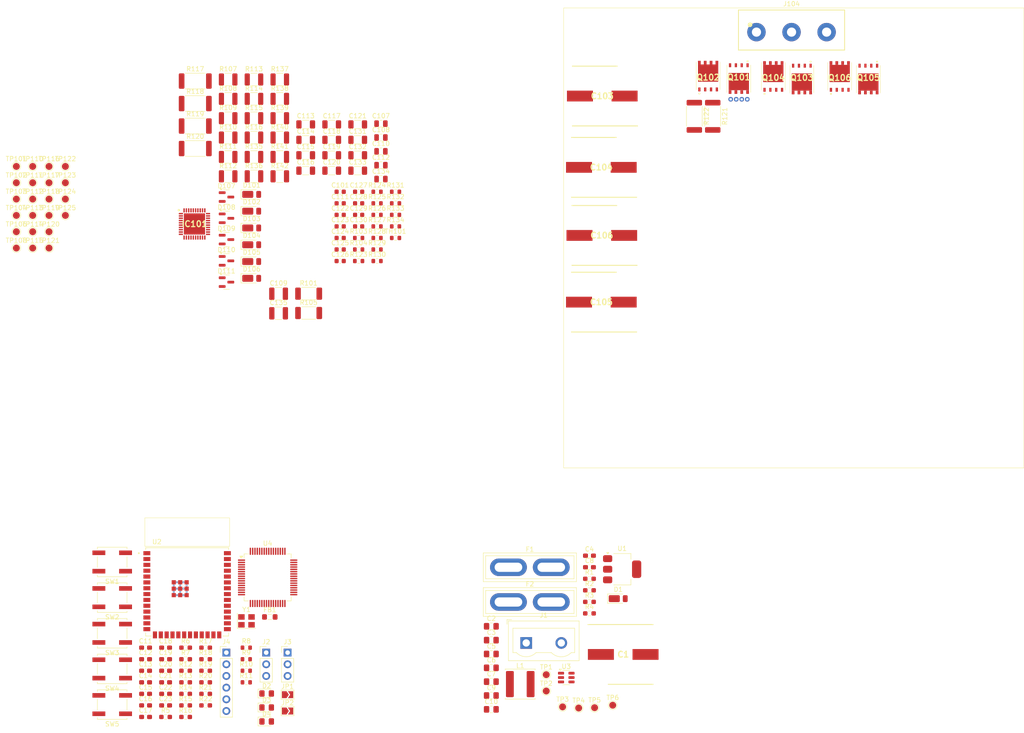
<source format=kicad_pcb>
(kicad_pcb (version 20241229) (generator "pcbnew") (generator_version "9.0")
  (layers (0 "F.Cu" signal) (2 "B.Cu" signal) (13 "F.Paste" user) (15 "B.Paste" user) (5 "F.SilkS" user "F.Silkscreen") (7 "B.SilkS" user "B.Silkscreen") (1 "F.Mask" user) (3 "B.Mask" user) (25 "Edge.Cuts" user))
  (net 0 "")
  (net 1 "+48V")
  (net 2 "GND")
  (net 3 "Net-(U3-CB)")
  (net 4 "+5V")
  (net 5 "+3.3V")
  (net 6 "/MCU/NRST")
  (net 7 "/MCU/RCC_OSC_IN")
  (net 8 "/MCU/RCC_OSC_OUT")
  (net 9 "/MCU/FUNC_BTN1")
  (net 10 "/MCU/FUNC_BTN2")
  (net 11 "/MCU/BOOT")
  (net 12 "+3.3V(A)")
  (net 13 "/MCU/ESP_EN")
  (net 14 "Net-(IC101-DVDD)")
  (net 15 "Net-(IC101-CPH)")
  (net 16 "Net-(IC101-CPL)")
  (net 17 "Net-(IC101-VCP)")
  (net 18 "Net-(C118-Pad2)")
  (net 19 "/Motor_driver/SLA")
  (net 20 "Net-(C119-Pad1)")
  (net 21 "Net-(C120-Pad2)")
  (net 22 "Net-(C121-Pad1)")
  (net 23 "/Motor_driver/SLB")
  (net 24 "/Motor_driver/SLC")
  (net 25 "/MCU/PVDDSENSE")
  (net 26 "/MCU/TEMP_MOSFET")
  (net 27 "/MCU/SensVA")
  (net 28 "/MCU/SensVB")
  (net 29 "/MCU/SensVC")
  (net 30 "/MCU/SensVN")
  (net 31 "Net-(C131-Pad2)")
  (net 32 "Net-(C132-Pad1)")
  (net 33 "Net-(C134-Pad2)")
  (net 34 "Net-(D2-A)")
  (net 35 "Net-(D3-A)")
  (net 36 "Net-(D4-A)")
  (net 37 "Net-(D101-Pad2)")
  (net 38 "Net-(D101-Pad1)")
  (net 39 "Net-(D102-Pad2)")
  (net 40 "Net-(D102-Pad1)")
  (net 41 "Net-(D103-Pad2)")
  (net 42 "Net-(D103-Pad1)")
  (net 43 "Net-(D104-Pad1)")
  (net 44 "Net-(D104-Pad2)")
  (net 45 "Net-(D105-Pad1)")
  (net 46 "Net-(D105-Pad2)")
  (net 47 "Net-(D106-Pad1)")
  (net 48 "Net-(D106-Pad2)")
  (net 53 "Net-(J1-Pin_1)")
  (net 54 "/Motor_driver/SHA")
  (net 55 "/MCU/GL2")
  (net 56 "/MCU/SDO")
  (net 57 "/MCU/GH3")
  (net 58 "/MCU/SCLK")
  (net 59 "/Motor_driver/SHB")
  (net 60 "/MCU/NFAULT")
  (net 61 "/MCU/SensIB")
  (net 62 "/MCU/GH2")
  (net 63 "/MCU/GH1")
  (net 64 "/MCU/GL1")
  (net 65 "/MCU/GL3")
  (net 66 "/Motor_driver/GLA")
  (net 67 "/Motor_driver/GHA")
  (net 68 "/MCU/SensIA")
  (net 69 "/Motor_driver/GLB")
  (net 70 "/Motor_driver/GHB")
  (net 71 "/MCU/CAL")
  (net 72 "/MCU/NSCS")
  (net 73 "/MCU/SensIC")
  (net 74 "/Motor_driver/GLC")
  (net 75 "/Motor_driver/GHC")
  (net 76 "/MCU/ENABLE")
  (net 77 "/Motor_driver/SHC")
  (net 78 "/MCU/SDI")
  (net 79 "/MCU/RX_ESP32")
  (net 80 "/MCU/TX_ESP32")
  (net 81 "/MCU/TX_STM32")
  (net 82 "/MCU/RX_STM32")
  (net 83 "/MCU/SWO")
  (net 84 "/MCU/SWCLK")
  (net 85 "/MCU/SWDIO")
  (net 86 "Net-(U3-EN)")
  (net 87 "Net-(U3-FB)")
  (net 88 "/MCU/BOOT0")
  (net 89 "Net-(SW1A-C)")
  (net 90 "/MCU/LED1")
  (net 91 "Net-(SW2A-C)")
  (net 92 "Net-(SW3A-C)")
  (net 93 "/MCU/LED2")
  (net 94 "/MCU/LED3")
  (net 95 "Net-(SW4A-C)")
  (net 96 "Net-(SW5A-C)")
  (net 100 "/MCU/D+")
  (net 105 "/MCU/D-")
  (net 117 "Net-(U2-IO46)")
  (net 122 "Net-(U2-IO45)")
  (net 135 "/MCU/RELAY")
  (net 143 "Net-(U3-SW)")
  (footprint "TestPoint:TestPoint_Pad_D1.5mm" (layer "F.Cu") (at 132.37 164.04)
    (property "Reference" "TP6")
    (property "Value" "TestPoint")
  )
  (footprint "BSC146N10LS5ATMA1:BSC146N10LS5ATMA1" (layer "F.Cu") (at 173.465 27.913 180)
    (property "Reference" "Q103")
    (property "Value" "BSC146N10LS5ATMA1" (hide yes))
  )
  (footprint "691311400103:691311400103" (layer "F.Cu") (at 171.22 17.7)
    (property "Reference" "J104")
    (property "Value" "691311400103")
  )
  (footprint "Capacitor_SMD:C_0805_2012Metric" (layer "F.Cu") (at 82.015 46.63)
    (property "Reference" "C112")
    (property "Value" "1u")
  )
  (footprint "TestPoint:TestPoint_Pad_D1.5mm" (layer "F.Cu") (at 13.45 46.9)
    (property "Reference" "TP122")
    (property "Value" "TestPoint")
  )
  (footprint "TestPoint:TestPoint_Pad_D1.5mm" (layer "F.Cu") (at 124.97 164.65)
    (property "Reference" "TP4")
    (property "Value" "TestPoint")
  )
  (footprint "Resistor_SMD:R_0603_1608Metric_Pad0.98x0.95mm_HandSolder" (layer "F.Cu") (at 43.925 161.57)
    (property "Reference" "R21")
    (property "Value" "4.7k")
  )
  (footprint "Resistor_SMD:R_0603_1608Metric" (layer "F.Cu") (at 52.755 159.06)
    (property "Reference" "R11")
    (property "Value" "4.7k")
  )
  (footprint "Capacitor_SMD:C_0805_2012Metric" (layer "F.Cu") (at 82.015 43.62)
    (property "Reference" "C110")
    (property "Value" "100n/200V")
  )
  (footprint "Capacitor_SMD:C_1206_3216Metric" (layer "F.Cu") (at 76.965 47.82)
    (property "Reference" "C133")
    (property "Value" "10u")
  )
  (footprint "Capacitor_SMD:C_0603_1608Metric" (layer "F.Cu") (at 73.155 62.45)
    (property "Reference" "C124")
    (property "Value" "1n")
  )
  (footprint "Capacitor_SMD:C_0603_1608Metric_Pad1.08x0.95mm_HandSolder" (layer "F.Cu") (at 30.875 156.55)
    (property "Reference" "C13")
    (property "Value" "100n")
  )
  (footprint "Resistor_SMD:R_1210_3225Metric" (layer "F.Cu") (at 60.035 49.05)
    (property "Reference" "R142")
    (property "Value" "10R")
  )
  (footprint "Capacitor_SMD:C_0805_2012Metric_Pad1.18x1.45mm_HandSolder" (layer "F.Cu") (at 105.995 158.92)
    (property "Reference" "C7")
    (property "Value" "10uF")
  )
  (footprint "Resistor_SMD:R_0603_1608Metric" (layer "F.Cu") (at 52.755 156.55)
    (property "Reference" "R10")
    (property "Value" "4.7k")
  )
  (footprint "Resistor_SMD:R_2010_5025Metric" (layer "F.Cu") (at 66.305 78.77)
    (property "Reference" "R105")
    (property "Value" "3.3R")
  )
  (footprint "Resistor_SMD:R_0603_1608Metric_Pad0.98x0.95mm_HandSolder" (layer "F.Cu") (at 39.575 159.06)
    (property "Reference" "R13")
    (property "Value" "10k")
  )
  (footprint "TestPoint:TestPoint_Pad_D1.5mm" (layer "F.Cu") (at 9.9 54)
    (property "Reference" "TP118")
    (property "Value" "TestPoint")
  )
  (footprint "Capacitor_SMD:C_0603_1608Metric_Pad1.08x0.95mm_HandSolder" (layer "F.Cu") (at 35.225 161.57)
    (property "Reference" "C22")
    (property "Value" "100n")
  )
  (footprint "EMVY101ARA101MKE0S:CAPAE1300X1400N" (layer "F.Cu") (at 134.65 153)
    (property "Reference" "C1")
    (property "Value" "10uF" (hide yes))
  )
  (footprint "Diode_SMD:D_PowerDI-123" (layer "F.Cu") (at 133.56 140.87)
    (property "Reference" "D1")
    (property "Value" "SBR3U60P1-7")
  )
  (footprint "Capacitor_SMD:C_1206_3216Metric" (layer "F.Cu") (at 76.965 37.77)
    (property "Reference" "C121")
    (property "Value" "10n/200V")
  )
  (footprint "Resistor_SMD:R_0603_1608Metric" (layer "F.Cu") (at 81.175 54.92)
    (property "Reference" "R125")
    (property "Value" "47k")
  )
  (footprint "Capacitor_SMD:C_0603_1608Metric_Pad1.08x0.95mm_HandSolder" (layer "F.Cu") (at 30.875 159.06)
    (property "Reference" "C14")
    (property "Value" "100n")
  )
  (footprint "Resistor_SMD:R_1210_3225Metric" (layer "F.Cu") (at 54.425 32.21)
    (property "Reference" "R114")
    (property "Value" "1R")
  )
  (footprint "Resistor_SMD:R_0603_1608Metric_Pad0.98x0.95mm_HandSolder" (layer "F.Cu") (at 43.925 154.04)
    (property "Reference" "R18")
    (property "Value" "4.7k")
  )
  (footprint "TestPoint:TestPoint_Pad_D1.5mm" (layer "F.Cu") (at 9.9 50.45)
    (property "Reference" "TP117")
    (property "Value" "TestPoint")
  )
  (footprint "Button_Switch_SMD:SW_Push_1P1T_NO_CK_KSC7xxJ" (layer "F.Cu") (at 23.625 163.9)
    (property "Reference" "SW5")
    (property "Value" "SW_Push_Dual_x2")
  )
  (footprint "TestPoint:TestPoint_Pad_D1.5mm" (layer "F.Cu") (at 117.925 160.95)
    (property "Reference" "TP2")
    (property "Value" "TestPoint")
  )
  (footprint "Resistor_SMD:R_1210_3225Metric" (layer "F.Cu") (at 48.815 40.63)
    (property "Reference" "R110")
    (property "Value" "10R")
  )
  (footprint "TestPoint:TestPoint_Pad_D1.5mm" (layer "F.Cu") (at 2.8 61.1)
    (property "Reference" "TP106")
    (property "Value" "TestPoint")
  )
  (footprint "TestPoint:TestPoint_Pad_D1.5mm" (layer "F.Cu") (at 13.45 57.55)
    (property "Reference" "TP125")
    (property "Value" "TestPoint")
  )
  (footprint "TestPoint:TestPoint_Pad_D1.5mm" (layer "F.Cu") (at 6.35 54)
    (property "Reference" "TP112")
    (property "Value" "TestPoint")
  )
  (footprint "Package_TO_SOT_SMD:SOT-223-3_TabPin2" (layer "F.Cu") (at 134.415 134.475)
    (property "Reference" "U1")
    (property "Value" "LDI1117-3.3H")
  )
  (footprint "Capacitor_SMD:C_0603_1608Metric_Pad1.08x0.95mm_HandSolder" (layer "F.Cu") (at 30.875 151.53)
    (property "Reference" "C11")
    (property "Value" "10u")
  )
  (footprint "Capacitor_SMD:C_1206_3216Metric" (layer "F.Cu") (at 76.965 44.47)
    (property "Reference" "C132")
    (property "Value" "10n/200V")
  )
  (footprint "Button_Switch_SMD:SW_Push_1P1T_NO_CK_KSC7xxJ" (layer "F.Cu") (at 23.625 140.65)
    (property "Reference" "SW2")
    (property "Value" "SW_Push_Dual_x2")
  )
  (footprint "Resistor_SMD:R_0603_1608Metric_Pad0.98x0.95mm_HandSolder" (layer "F.Cu") (at 39.575 151.53)
    (property "Reference" "R6")
    (property "Value" "4.7k")
  )
  (footprint "Capacitor_SMD:C_0805_2012Metric" (layer "F.Cu") (at 82.015 37.6)
    (property "Reference" "C107")
    (property "Value" "47n/200V")
  )
  (footprint "Capacitor_SMD:C_0603_1608Metric" (layer "F.Cu") (at 73.155 64.96)
    (property "Reference" "C125")
    (property "Value" "100n")
  )
  (footprint "Resistor_SMD:R_0603_1608Metric" (layer "F.Cu") (at 85.185 59.94)
    (property "Reference" "R134")
    (property "Value" "10k")
  )
  (footprint "Resistor_SMD:R_1210_3225Metric" (layer "F.Cu") (at 60.035 32.21)
    (property "Reference" "R138")
    (property "Value" "10R")
  )
  (footprint "Resistor_SMD:R_0603_1608Metric" (layer "F.Cu") (at 81.175 64.96)
    (property "Reference" "R129")
    (property "Value" "4.99k")
  )
  (footprint "Resistor_SMD:R_0603_1608Metric" (layer "F.Cu") (at 81.175 52.41)
    (property "Reference" "R124")
    (property "Value" "34.8k")
  )
  (footprint "Capacitor_SMD:C_1210_3225Metric" (layer "F.Cu") (at 59.775 74.58)
    (property "Reference" "C109")
    (property "Value" "10u/100V")
  )
  (footprint "ESP32-S3-WROOM-1U-N16R2:XCVR_ESP32-S3-WROOM-1U-N16R2" (layer "F.Cu") (at 39.9 139.4)
    (property "Reference" "U2")
    (property "Value" "ESP32-S3-WROOM-1U-N16R2")
  )
  (footprint "TestPoint:TestPoint_Pad_D1.5mm" (layer "F.Cu") (at 6.35 61.1)
    (property "Reference" "TP114")
    (property "Value" "TestPoint")
  )
  (footprint "TestPoint:TestPoint_Pad_D1.5mm" (layer "F.Cu") (at 9.9 64.65)
    (property "Reference" "TP121")
    (property "Value" "TestPoint")
  )
  (footprint "Diode_SMD:D_0805_2012Metric_Pad1.15x1.40mm_HandSolder" (layer "F.Cu") (at 57.18 167.575)
    (property "Reference" "D4")
    (property "Value" "LED")
  )
  (footprint "Capacitor_SMD:C_0603_1608Metric_Pad1.08x0.95mm_HandSolder" (layer "F.Cu") (at 30.875 154.04)
    (property "Reference" "C12")
    (property "Value" "100n")
  )
  (footprint "Resistor_SMD:R_0603_1608Metric" (layer "F.Cu") (at 77.165 67.47)
    (property "Reference" "R123")
    (property "Value" "10k")
  )
  (footprint "Button_Switch_SMD:SW_Push_1P1T_NO_CK_KSC7xxJ" (layer "F.Cu") (at 23.625 148.4)
    (property "Reference" "SW3")
    (property "Value" "SW_Push_Dual_x2")
  )
  (footprint "TerminalBlock:TerminalBlock_Wuerth_691311400102_P7.62mm" (layer "F.Cu") (at 113.575 150.5)
    (property "Reference" "J1")
    (property "Value" "Terminal")
  )
  (footprint "TestPoint:TestPoint_Pad_D1.5mm" (layer "F.Cu") (at 9.9 57.55)
    (property "Reference" "TP119")
    (property "Value" "TestPoint")
  )
  (footprint "Resistor_SMD:R_1210_3225Metric" (layer "F.Cu") (at 48.815 49.05)
    (property "Reference" "R112")
    (property "Value" "10R")
  )
  (footprint "Capacitor_SMD:C_0603_1608Metric" (layer "F.Cu") (at 77.165 57.43)
    (property "Reference" "C129")
    (property "Value" "1n")
  )
  (footprint "Diode_SMD:D_PowerDI-123" (layer "F.Cu") (at 53.925 67.58)
    (property "Reference" "D105")
    (property "Value" "SBR3U60P1-7")
  )
  (footprint "Resistor_SMD:R_0603_1608Metric_Pad0.98x0.95mm_HandSolder" (layer "F.Cu") (at 127.315 139.06)
    (property "Reference" "R2")
    (property "Value" "R")
  )
  (footprint "Inductor_SMD:L_APV_ANR6045" (layer "F.Cu") (at 112.275 159.445)
    (property "Reference" "L1")
    (property "Value" "15uH")
  )
  (footprint "Crystal:Crystal_SMD_3225-4Pin_3.2x2.5mm" (layer "F.Cu") (at 52.795 145.7)
    (property "Reference" "Y1")
    (property "Value" "24MHz")
  )
  (footprint "Resistor_SMD:R_2512_6332Metric" (layer "F.Cu") (at 41.665 38.12)
    (property "Reference" "R119")
    (property "Value" "20m")
  )
  (footprint "Capacitor_SMD:C_0603_1608Metric_Pad1.08x0.95mm_HandSolder" (layer "F.Cu") (at 35.225 151.53)
    (property "Reference" "C18")
    (property "Value" "100n")
  )
  (footprint "Diode_SMD:D_PowerDI-123" (layer "F.Cu") (at 53.925 56.63)
    (property "Reference" "D102")
    (property "Value" "SBR3U60P1-7")
  )
  (footprint "Resistor_SMD:R_2512_6332Metric" (layer "F.Cu") (at 41.665 33.23)
    (property "Reference" "R118")
    (property "Value" "20m")
  )
  (footprint "Resistor_SMD:R_1210_3225Metric" (layer "F.Cu") (at 60.035 44.84)
    (property "Reference" "R141")
    (property "Value" "10R")
  )
  (footprint "Diode_SMD:D_PowerDI-123" (layer "F.Cu") (at 53.925 63.93)
    (property "Reference" "D104")
    (property "Value" "SBR3U60P1-7")
  )
  (footprint "TestPoint:TestPoint_Pad_D1.5mm" (layer "F.Cu") (at 128.43 164.58)
    (property "Reference" "TP5")
    (property "Value" "TestPoint")
  )
  (footprint "Resistor_SMD:R_0603_1608Metric" (layer "F.Cu") (at 81.175 59.94)
    (property "Reference" "R127")
    (property "Value" "47k")
  )
  (footprint "Resistor_SMD:R_1210_3225Metric" (layer "F.Cu") (at 54.425 28)
    (property "Reference" "R113")
    (property "Value" "10R")
  )
  (footprint "Capacitor_SMD:C_0805_2012Metric_Pad1.18x1.45mm_HandSolder" (layer "F.Cu") (at 105.995 149.89)
    (property "Reference" "C3")
    (property "Value" "100nF")
  )
  (footprint "Capacitor_SMD:C_1206_3216Metric" (layer "F.Cu") (at 65.665 47.82)
    (property "Reference" "C116")
    (property "Value" "10u")
  )
  (footprint "Jumper:SolderJumper-2_P1.3mm_Open_TrianglePad1.0x1.5mm" (layer "F.Cu") (at 61.725 161.75)
    (property "Reference" "JP1")
    (property "Value" "Jumper_2_Bridged")
  )
  (footprint "TestPoint:TestPoint_Pad_D1.5mm" (layer "F.Cu") (at 2.8 50.45)
    (property "Reference" "TP102")
    (property "Value" "TestPoint")
  )
  (footprint "Resistor_SMD:R_2512_6332Metric" (layer "F.Cu") (at 41.665 43.01)
    (property "Reference" "R120")
    (property "Value" "20m")
  )
  (footprint "Resistor_SMD:R_0603_1608Metric_Pad0.98x0.95mm_HandSolder" (layer "F.Cu") (at 39.575 161.57)
    (property "Reference" "R14")
    (property "Value" "10k")
  )
  (footprint "Capacitor_SMD:C_0805_2012Metric_Pad1.18x1.45mm_HandSolder" (layer "F.Cu") (at 105.995 155.91)
    (property "Reference" "C6")
    (property "Value" "1uF")
  )
  (footprint "Resistor_SMD:R_0603_1608Metric" (layer "F.Cu") (at 85.185 52.41)
    (property "Reference" "R131")
    (property "Value" "47k")
  )
  (footprint "Resistor_SMD:R_0603_1608Metric_Pad0.98x0.95mm_HandSolder" (layer "F.Cu") (at 39.575 154.04)
    (property "Reference" "R7")
    (property "Value" "4.7k")
  )
  (footprint "Button_Switch_SMD:SW_Push_1P1T_NO_CK_KSC7xxJ" (layer "F.Cu") (at 23.625 132.9)
    (property "Reference" "SW1")
    (property "Value" "SW_Push_Dual_x2")
  )
  (footprint "TestPoint:TestPoint_Pad_D1.5mm" (layer "F.Cu") (at 13.45 50.45)
    (property "Reference" "TP123")
    (property "Value" "TestPoint")
  )
  (footprint "Capacitor_SMD:C_0603_1608Metric_Pad1.08x0.95mm_HandSolder" (layer "F.Cu") (at 127.315 131.53)
    (property "Reference" "C4")
    (property "Value" "100nF")
  )
  (footprint "Resistor_SMD:R_1210_3225Metric" (layer "F.Cu") (at 60.035 28)
    (property "Reference" "R137")
    (property "Value" "1R")
  )
  (footprint "TestPoint:TestPoint_Pad_D1.5mm" (layer "F.Cu") (at 121.48 164.4)
    (property "Reference" "TP3")
    (property "Value" "TestPoint")
  )
  (footprint "Connector_PinHeader_2.54mm:PinHeader_1x03_P2.54mm_Vertical" (layer "F.Cu") (at 61.735 152.6)
    (property "Reference" "J3")
    (property "Value" "Conn_01x03_Pin")
  )
  (footprint "Capacitor_SMD:C_1206_3216Metric" (layer "F.Cu") (at 65.665 44.47)
    (property "Reference" "C115")
    (property "Value" "10u")
  )
  (footprint "Resistor_SMD:R_1210_3225Metric" (layer "F.Cu") (at 48.815 36.42)
    (property "Reference" "R109")
    (property "Value" "1R")
  )
  (footprint "Package_TO_SOT_SMD:SOT-23" (layer "F.Cu") (at 48.455 72.055)
    (property "Reference" "D111")
    (property "Value" "BAT54C")
  )
  (footprint "Package_QFP:LQFP-64_10x10mm_P0.5mm" (layer "F.Cu") (at 57.395 136.25)
    (property "Reference" "U4")
    (property "Value" "STM32G431RBTx")
  )
  (footprint "Capacitor_SMD:C_0805_2012Metric_Pad1.18x1.45mm_HandSolder" (layer "F.Cu") (at 105.995 164.94)
    (property "Reference" "C10")
    (property "Value" "100nF")
  )
  (footprint "TestPoint:TestPoint_Pad_D1.5mm" (layer "F.Cu") (at 6.35 57.55)
    (property "Reference" "TP113")
    (property "Value" "TestPoint")
  )
  (footprint "Resistor_SMD:R_0603_1608Metric_Pad0.98x0.95mm_HandSolder" (layer "F.Cu") (at 39.575 166.59)
    (property "Reference" "R16")
    (property "Value" "4.7k")
  )
  (footprint "Capacitor_SMD:C_0603_1608Metric_Pad1.08x0.95mm_HandSolder" (layer "F.Cu") (at 35.225 164.08)
    (property "Reference" "C23")
    (property "Value" "100n")
  )
  (footprint "Capacitor_SMD:C_1206_3216Metric" (layer "F.Cu") (at 71.315 37.77)
    (property "Reference" "C117")
    (property "Value" "10u")
  )
  (footprint "Resistor_SMD:R_0603_1608Metric" (layer "F.Cu") (at 77.165 64.96)
    (property "Reference" "R104")
    (property "Value" "10k")
  )
  (footprint "Resistor_SMD:R_0603_1608Metric_Pad0.98x0.95mm_HandSolder" (layer "F.Cu") (at 43.925 159.06)
    (property "Reference" "R20")
    (property "Value" "10k")
  )
  (footprint "BSC146N10LS5ATMA1:BSC146N10LS5ATMA1" (layer "F.Cu") (at 159.765 27.813 180)
    (property "Reference" "Q101")
    (property "Value" "BSC146N10LS5ATMA1" (hide yes))
  )
  (footprint "Diode_SMD:D_0805_2012Metric_Pad1.15x1.40mm_HandSolder" (layer "F.Cu") (at 57.18 161.495)
    (property "Reference" "D2")
    (property "Value" "LED")
  )
  (footprint "Resistor_SMD:R_0603_1608Metric_Pad0.98x0.95mm_HandSolder" (layer "F.Cu") (at 43.925 156.55)
    (property "Reference" "R19")
    (property "Value" "10k")
  )
  (footprint "Resistor_SMD:R_1210_3225Metric" (layer "F.Cu") (at 60.035 36.42)
    (property "Reference" "R139")
    (property "Value" "10R")
  )
  (footprint "Resistor_SMD:R_0603_1608Metric_Pad0.98x0.95mm_HandSolder" (layer "F.Cu") (at 39.575 156.55)
    (property "Reference" "R12")
    (property "Value" "4.7k")
  )
  (footprint "Capacitor_SMD:C_1206_3216Metric" (layer "F.Cu") (at 65.665 41.12)
    (property "Reference" "C114")
    (property "Value" "10u")
  )
  (footprint "Inductor_SMD:L_0805_2012Metric_Pad1.05x1.20mm_HandSolder" (layer "F.Cu") (at 57.865 144.85)
    (property "Reference" "FB1")
    (property "Value" "FerriteBead")
  )
  (footprint "Resistor_SMD:R_0603_1608Metric" (layer "F.Cu") (at 81.175 67.47)
    (property "Reference" "R130")
    (property "Value" "47k")
  )
  (footprint "Resistor_SMD:R_0603_1608Metric_Pad0.98x0.95mm_HandSolder" (layer "F.Cu") (at 43.925 164.08)
    (property "Reference" "R22")
    (property "Value" "4.7k")
  )
  (footprint "Jumper:SolderJumper-2_P1.3mm_Open_TrianglePad1.0x1.5mm" (layer "F.Cu") (at 61.725 165.3)
    (property "Reference" "JP2")
    (property "Value" "Jumper_2_Bridged")
  )
  (footprint "Capacitor_SMD:C_0603_1608Metric_Pad1.08x0.95mm_HandSolder" (layer "F.Cu") (at 30.875 164.08)
    (property "Reference" "C16")
    (property "Value" "12p")
  )
  (footprint "Resistor_SMD:R_2512_6332Metric" (layer "F.Cu") (at 154.1 36 -90)
    (property "Reference" "R121")
    (property "Value" "20m")
  )
  (footprint "Resistor_SMD:R_0603_1608Metric" (layer "F.Cu") (at 85.185 57.43)
    (property "Reference" "R133")
    (property "Value" "10k")
  )
  (footprint "Resistor_SMD:R_0603_1608Metric" (layer "F.Cu") (at 77.165 62.45)
    (property "Reference" "R103")
    (property "Value" "10k")
  )
  (footprint "Resistor_SMD:R_1210_3225Metric" (layer "F.Cu") (at 60.035 40.63)
    (property "Reference" "R140")
    (property "Value" "10R")
  )
  (footprint "Resistor_SMD:R_1210_3225Metric" (layer "F.Cu") (at 48.815 28)
    (property "Reference" "R107")
    (property "Value" "10R")
  )
  (footprint "Resistor_SMD:R_0603_1608Metric" (layer "F.Cu") (at 81.175 62.45)
    (property "Reference" "R128")
    (property "Value" "47k")
  )
  (footprint "Capacitor_SMD:C_1206_3216Metric" (layer "F.Cu") (at 71.315 41.12)
    (property "Reference" "C118")
    (property "Value" "10n/200V")
  )
  (footprint "TestPoint:TestPoint_Pad_D1.5mm" (layer "F.Cu") (at 9.9 61.1)
    (property "Reference" "TP120")
    (property "Value" "TestPoint")
  )
  (footprint "Capacitor_SMD:C_1210_3225Metric" (layer "F.Cu") (at 59.775 78.83)
    (property "Reference" "C135")
    (property "Value" "10u/100V")
  )
  (footprint "Resistor_SMD:R_0603_1608Metric_Pad0.98x0.95mm_HandSolder" (layer "F.Cu") (at 43.925 151.53)
    (property "Reference" "R17")
    (property "Value" "4.7k")
  )
  (footprint "Resistor_SMD:R_0603_1608Metric" (layer "F.Cu") (at 52.755 154.04)
    (property "Reference" "R9")
    (property "Value" "4.7k")
  )
  (footprint "Diode_SMD:D_0805_2012Metric_Pad1.15x1.40mm_HandSolder" (layer "F.Cu") (at 57.18 164.535)
    (property "Reference" "D3")
    (property "Value" "LED")
  )
  (footprint "Capacitor_SMD:C_0805_2012Metric_Pad1.18x1.45mm_HandSolder" (layer "F.Cu") (at 105.995 161.93)
    (property "Reference" "C9")
    (property "Value" "22uF")
  )
  (footprint "TestPoint:TestPoint_Pad_D1.5mm" (layer "F.Cu") (at 6.35 46.9)
    (property "Reference" "TP110")
    (property "Value" "TestPoint")
  )
  (footprint "Capacitor_SMD:C_1206_3216Metric" (layer "F.Cu") (at 76.965 41.12)
    (property "Reference" "C131")
    (property "Value" "10n/200V")
  )
  (footprint "Capacitor_SMD:C_0603_1608Metric_Pad1.08x0.95mm_HandSolder" (layer "F.Cu") (at 35.225 159.06)
    (property "Reference" "C21")
    (property "Value" "10u")
  )
  (footprint "Capacitor_SMD:C_0603_1608Metric" (layer "F.Cu") (at 73.155 67.47)
    (property "Reference" "C126")
    (property "Value" "1n")
  )
  (footprint "Resistor_SMD:R_1210_3225Metric" (layer "F.Cu") (at 54.425 40.63)
    (property "Reference" "R116")
    (property "Value" "1R")
  )
  (footprint "Package_TO_SOT_SMD:SOT-23" (layer "F.Cu") (at 48.455 62.805)
    (property "Reference" "D109")
    (property "Value" "BAT54C")
  )
  (footprint "TestPoint:TestPoint_Pad_D1.5mm" (layer "F.Cu") (at 6.35 50.45)
    (property "Reference" "TP111")
    (property "Value" "TestPoint")
  )
  (footprint "Diode_SMD:D_PowerDI-123" (layer "F.Cu") (at 53.925 60.28)
    (property "Reference" "D103")
    (property "Value" "SBR3U60P1-7")
  )
  (footprint "Resistor_SMD:R_1210_3225Metric" (layer "F.Cu") (at 48.815 44.84)
    (property "Reference" "R111")
    (property "Value" "10R")
  )
  (footprint "Resistor_SMD:R_0603_1608Metric_Pad0.98x0.95mm_HandSolder" (layer "F.Cu") (at 127.315 136.55)
    (property "Reference" "R1")
    (property "Value" "R")
  )
  (footprint "Resistor_SMD:R_0603_1608Metric" (layer "F.Cu") (at 52.755 151.53)
    (property "Reference" "R8")
    (property "Value" "4.7k")
  )
  (footprint "Resistor_SMD:R_1210_3225Metric" (layer "F.Cu") (at 48.815 32.21)
    (property "Reference" "R108")
    (property "Value" "1R")
  )
  (footprint "TestPoint:TestPoint_Pad_D1.5mm" (layer "F.Cu") (at 2.8 54)
    (property "Reference" "TP103")
    (property "Value" "TestPoint")
  )
  (footprint "BSC146N10LS5ATMA1:BSC146N10LS5ATMA1" (layer "F.Cu") (at 153.095 27.248)
    (property "Reference" "Q102")
    (property "Value" "BSC146N10LS5ATMA1" (hide yes))
  )
  (footprint "Capacitor_SMD:C_0805_2012Metric_Pad1.18x1.45mm_HandSolder" (layer "F.Cu") (at 105.995 146.88)
    (property "Reference" "C2")
    (property "Value" "1uF")
  )
  (footprint "EMVY101ARA101MKE0S:CAPAE1300X1400N" (layer "F.Cu") (at 130.1 31.6 180)
    (property "Reference" "C103")
    (property "Value" "100u/200V" (hide yes))
  )
  (footprint "BSC146N10LS5ATMA1:BSC146N10LS5ATMA1" (layer "F.Cu") (at 167.255 27.326)
    (property "Reference" "Q104")
    (property "Value" "BSC146N10LS5ATMA1" (hide yes))
  )
  (footprint "Resistor_SMD:R_0603_1608Metric_Pad0.98x0.95mm_HandSolder" (layer "F.Cu") (at 127.315 144.08)
    (property "Reference" "R4")
    (property "Value" "22.1k")
  )
  (footprint "Capacitor_SMD:C_0603_1608Metric" (layer "F.Cu") (at 73.155 59.94)
    (property "Reference" "C123")
    (property "Value" "1n")
  )
  (footprint "TestPoint:TestPoint_Pad_D1.5mm" (layer "F.Cu") (at 2.8 64.65)
    (property "Reference" "TP108")
    (property "Value" "TestPoint")
  )
  (footprint "BSC146N10LS5ATMA1:BSC146N10LS5ATMA1" (layer "F.Cu") (at 187.905 27.913 180)
    (property "Reference" "Q105")
    (property "Value" "BSC146N10LS5ATMA1" (hide yes))
  )
  (footprint "Package_TO_SOT_SMD:SOT-23" (layer "F.Cu") (at 48.455 53.555)
    (property "Reference" "D107")
    (property "Value" "BAT54C")
  )
  (footprint "TestPoint:TestPoint_Pad_D1.5mm" (layer "F.Cu") (at 6.35 64.65)
    (property "Reference" "TP115")
    (property "Value" "TestPoint")
  )
  (footprint "Resistor_SMD:R_0603_1608Metric" (layer "F.Cu") (at 85.185 54.92)
    (property "Reference" "R132")
    (property "Value" "10k")
  )
  (footprint "Capacitor_SMD:C_1206_3216Metric" (layer "F.Cu") (at 71.315 44.47)
    (property "Reference" "C119")
    (property "Value" "10n/200V")
  )
  (footprint "EMVY101ARA101MKE0S:CAPAE1300X1400N" (layer "F.Cu") (at 129.9 47.1 180)
    (property "Reference" "C104")
    (property "Value" "220u/63V" (hide yes))
  )
  (footprint "TestPoint:TestPoint_Pad_D1.5mm" (layer "F.Cu") (at 2.8 57.55)
    (property "Reference" "TP104")
    (property "Value" "TestPoint")
  )
  (footprint "Resistor_SMD:R_2010_5025Metric" (layer "F.Cu") (at 66.305 74.56)
    (property "Reference" "R101")
    (property "Value" "0R/2W")
  )
  (footprint "Capacitor_SMD:C_0805_2012Metric" (layer "F.Cu") (at 82.015 49.64)
    (property "Reference" "C134")
    (property "Value" "10n/200V")
  )
  (footprint "Fuse:Fuse_Blade_ATO_directSolder" (layer "F.Cu") (at 109.715 134.05)
    (property "Reference" "F1")
    (property "Value" "15A")
  )
  (footprint "Resistor_SMD:R_2512_6332Metric" (layer "F.Cu") (at 150.1 36 -90)
    (property "Reference" "R122")
    (property "Value" "20m")
  )
  (footprint "Capacitor_SMD:C_0603_1608Metric_Pad1.08x0.95mm_HandSolder" (layer "F.Cu") (at 30.875 161.57)
    (property "Reference" "C15")
    (property "Value" "10u")
  )
  (footprint "Button_Switch_SMD:SW_Push_1P1T_NO_CK_KSC7xxJ" (layer "F.Cu") (at 23.625 156.15)
    (property "Reference" "SW4")
    (property "Value" "SW_Push_Dual_x2")
  )
  (footprint "DRV8323:QFN50P600X600X80-41N-D" (layer "F.Cu") (at 41.495 59.41)
    (property "Reference" "IC101")
    (property "Value" "DRV8323SRTAR" (hide yes))
  )
  (footprint "Resistor_SMD:R_0603_1608Metric_Pad0.98x0.95mm_HandSolder" (layer "F.Cu") (at 35.225 166.59)
    (property "Reference" "R5")
    (property "Value" "4.7k")
  )
  (footprint "Resistor_SMD:R_0603_1608Metric" (layer "F.Cu") (at 81.175 57.43)
    (property "Reference" "R126")
    (property "Value" "47k")
  )
  (footprint "Resistor_SMD:R_0603_1608Metric" (layer "F.Cu") (at 85.185 62.45)
    (property "Reference" "TH101")
    (property "Value" "47k")
  )
  (footprint "Capacitor_SMD:C_0603_1608Metric" (layer "F.Cu") (at 73.155 52.41)
    (property "Reference" "C101")
    (property "Value" "1u/6.3V")
  )
  (footprint "BSC146N10LS5ATMA1:BSC146N10LS5ATMA1" (layer "F.Cu") (at 181.685 27.326)
    (property "Reference" "Q106")
    (property "Value" "BSC146N10LS5ATMA1" (hide yes))
  )
  (footprint "Resistor_SMD:R_1210_3225Metric" (layer "F.Cu") (at 54.425 36.42)
    (property "Reference" "R115")
    (property "Value" "1R")
  )
  (footprint "Package_TO_SOT_SMD:SOT-23" (layer "F.Cu") (at 48.455 67.43)
    (property "Reference" "D110")
    (property "Value" "BAT54C")
  )
  (footprint "Resistor_SMD:R_0603_1608Metric_Pad0.98x0.95mm_HandSolder" (layer "F.Cu") (at 127.315 141.57)
    (property "Reference" "R3")
    (property "Value" "116k")
  )
  (footprint "Capacitor_SMD:C_0603_1608Metric_Pad1.08x0.95mm_HandSolder" (layer "F.Cu") (at 35.225 156.55)
    (property "Reference" "C20")
    (property "Value" "100n")
  )
  (footprint "Capacitor_SMD:C_0603_1608Metric" (layer "F.Cu") (at 73.155 57.43)
    (property "Reference" "C122")
    (property "Value" "1n")
  )
  (footprint "Capacitor_SMD:C_0805_2012Metric" (layer "F.Cu") (at 82.015 40.61)
    (property "Reference" "C108")
    (property "Value" "1u/16V")
  )
  (footprint "Diode_SMD:D_PowerDI-123" (layer "F.Cu") (at 53.925 71.23)
    (property "Reference" "D106")
    (property "Value" "SBR3U60P1-7")
  )
  (footprint "Capacitor_SMD:C_0603_1608Metric" (layer "F.Cu") (at 77.165 54.92)
    (property "Reference" "C128")
    (property "Value" "1n")
  )
  (footprint "EMVY101ARA101MKE0S:CAPAE1300X1400N" (layer "F.Cu") (at 130 61.9 180)
    (property "Reference" "C106")
    (property "Value" "100u/200V" (hide yes))
  )
  (footprint "Package_TO_SOT_SMD:SOT-23" (layer "F.Cu") (at 48.455 58.18)
    (property "Reference" "D108")
    (property "Value" "BAT54C")
  )
  (footprint "Connector_PinHeader_2.54mm:PinHeader_1x03_P2.54mm_Vertical" (layer "F.Cu") (at 57.085 152.6)
    (property "Reference" "J2")
    (property "Value" "Conn_01x03_Pin")
  )
  (footprint "Capacitor_SMD:C_1206_3216Metric" (layer "F.Cu") (at 65.665 37.77)
    (property "Reference" "C113")
    (property "Value" "10u")
  )
  (footprint "Resistor_SMD:R_0603_1608Metric_Pad0.98x0.95mm_HandSolder" (layer "F.Cu") (at 39.575 164.08)
    (property "Reference" "R15")
    (property "Value" "4.7k")
  )
  (footprint "TestPoint:TestPoint_Pad_D1.5mm" (layer "F.Cu") (at 13.45 54)
    (property "Reference" "TP124")
    (property "Value" "TestPoint")
  )
  (footprint "Package_TO_SOT_SMD:SOT-23-6" (layer "F.Cu") (at 122.275 158.025)
    (property "Reference" "U3")
    (property "Value" "LMR51610YDBVR")
  )
  (footprint "Capacitor_SMD:C_0603_1608Metric" (layer "F.Cu") (at 73.155 54.92)
    (property "Reference" "C111")
    (property "Value" "100n")
  )
  (footprint "Capacitor_SMD:C_0805_2012Metric_Pad1.18x1.45mm_HandSolder" (layer "F.Cu") (at 105.995 152.9)
    (property "Reference" "C5")
    (property "Value" "10uF")
  )
  (footprint "Capacitor_SMD:C_0603_1608Metric_Pad1.08x0.95mm_HandSolder" (layer "F.Cu") (at 35.225 154.04)
    (property "Reference" "C19")
    (property "Value" "100n")
  )
  (footprint "Diode_SMD:D_PowerDI-123" (layer "F.Cu") (at 53.925 52.98)
    (property "Reference" "D101")
    (property "Value" "SBR3U60P1-7")
  )
  (footprint "TestPoint:TestPoint_Pad_D1.5mm" (layer "F.Cu") (at 117.925 157.4)
    (property "Reference" "TP1")
    (property "Value" "TestPoint")
  )
  (footprint "TestPoint:TestPoint_Pad_D1.5mm" (layer "F.Cu") (at 2.8 46.9)
    (property "Reference" "TP101")
    (property "Value" "TestPoint")
  )
  (footprint "Capacitor_SMD:C_0603_1608Metric_Pad1.08x0.95mm_HandSolder" (layer "F.Cu") (at 127.315 134.04)
    (property "Reference" "C8")
    (property "Value" "100n")
  )
  (footprint "Resistor_SMD:R_1210_3225Metric" (layer "F.Cu") (at 54.425 44.84)
    (property "Reference" "R135")
    (property "Value" "10R")
  )
  (footprint "Connector_PinHeader_2.54mm:PinHeader_1x06_P2.54mm_Vertical" (layer "F.Cu") (at 48.425 152.6)
    (property "Reference" "J4")
    (property "Value" "Conn_01x06_Pin")
  )
  (footprint "Capacitor_SMD:C_0603_1608Metric" (layer "F.Cu") (at 77.165 59.94)
    (property "Reference" "C130")
    (property "Value" "1n")
  )
  (footprint "Capacitor_SMD:C_0603_1608Metric_Pad1.08x0.95mm_HandSolder" (layer "F.Cu") (at 30.875 166.59)
    (property "Reference" "C17")
    (property "Value" "12p")
  )
  (footprint "EMVY101ARA101MKE0S:CAPAE1300X1400N" (layer "F.Cu") (at 129.9 76.4 180)
    (property "Reference" "C105")
    (property "Value" "100u/200V" (hide yes))
  )
  (footprint "Capacitor_SMD:C_0603_1608Metric" (layer "F.Cu") (at 77.165 52.41)
    (property "Reference" "C127")
    (property "Value" "1n")
  )
  (footprint "Resistor_SMD:R_2512_6332Metric" (layer "F.Cu") (at 41.665 28.34)
    (property "Reference" "R117")
    (property "Value" "20m")
  )
  (footprint "Capacitor_SMD:C_1206_3216Metric" (layer "F.Cu") (at 71.315 47.82)
    (property "Reference" "C120")
    (property "Value" "10n/200V")
  )
  (footprint "Resistor_SMD:R_1210_3225Metric" (layer "F.Cu") (at 54.425 49.05)
    (property "Reference" "R136")
    (property "Value" "10R")
  )
  (footprint "TestPoint:TestPoint_Pad_D1.5mm" (layer "F.Cu") (at 9.9 46.9)
    (property "Reference" "TP116")
    (property "Value" "TestPoint")
  )
  (footprint "Fuse:Fuse_Blade_ATO_directSolder" (layer "F.Cu") (at 109.715 141.6)
    (property "Reference" "F2")
    (property "Value" "15A")
  )
  (gr_rect (start 121.7 12.45) (end 221.7 112.45) (stroke (width 0.1)) (fill no) (layer "F.SilkS"))
  (gr_rect (start 30.725 123.3) (end 49.125 129.5) (stroke (width 0.1)) (fill no) (layer "F.SilkS"))
  (via (at 159.2 32.3) (size 1) (drill 0.5) (layers "F.Cu" "B.Cu") (net 0))
  (via (at 160.4 32.3) (size 1) (drill 0.5) (layers "F.Cu" "B.Cu") (net 0))
  (via (at 158 32.3) (size 1) (drill 0.5) (layers "F.Cu" "B.Cu") (net 0))
  (via (at 161.6 32.3) (size 1) (drill 0.5) (layers "F.Cu" "B.Cu") (net 0))
)
</source>
